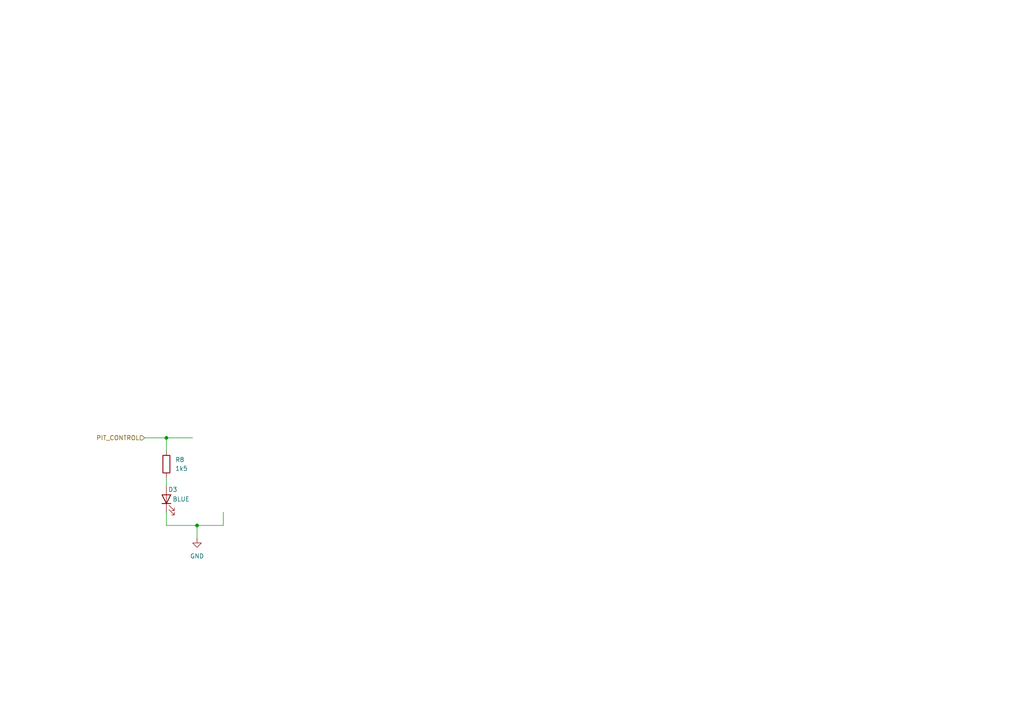
<source format=kicad_sch>
(kicad_sch (version 20231120) (generator "eeschema") (generator_version "8.0")
  (paper "A4")
  (lib_symbols
    (symbol "Device:LED" (pin_numbers hide) (pin_names (offset 1.016) hide)
      (property "Reference" "D" (at 0 2.54 0))
      (property "Value" "LED" (at 0 -2.54 0))
      (symbol "LED_0_1"
        (polyline (pts (xy -1.27 -1.27) (xy -1.27 1.27)) (stroke (width 0.254)))
        (polyline (pts (xy -1.27 0) (xy 1.27 0)))
        (polyline (pts (xy 1.27 -1.27) (xy 1.27 1.27) (xy -1.27 0) (xy 1.27 -1.27)) (stroke (width 0.254)))
        (polyline (pts (xy -3.048 -0.762) (xy -4.572 -2.286) (xy -3.81 -2.286) (xy -4.572 -2.286) (xy -4.572 -1.524)))
        (polyline (pts (xy -1.778 -0.762) (xy -3.302 -2.286) (xy -2.54 -2.286) (xy -3.302 -2.286) (xy -3.302 -1.524)))
      )
      (symbol "LED_1_1"
        (pin passive line (at -3.81 0 0) (length 2.54) (name "K") (number "1"))
        (pin passive line (at 3.81 0 180) (length 2.54) (name "A") (number "2"))
      )
    )
    (symbol "Device:R" (pin_numbers hide) (pin_names (offset 0))
      (property "Reference" "R" (at 2.032 0 90))
      (property "Value" "R" (at 0 0 90))
      (symbol "R_0_1"
        (rectangle (start -1.016 -2.54) (end 1.016 2.54) (stroke (width 0.254)))
      )
      (symbol "R_1_1"
        (pin passive line (at 0 3.81 270) (length 1.27) (name "~") (number "1"))
        (pin passive line (at 0 -3.81 90) (length 1.27) (name "~") (number "2"))
      )
    )
    (symbol "power:GND" (power) (pin_numbers hide) (pin_names (offset 0) hide)
      (property "Value" "GND" (at 0 -3.81 0))
      (symbol "GND_0_1"
        (polyline (pts (xy 0 0) (xy 0 -1.27) (xy 1.27 -1.27) (xy 0 -2.54) (xy -1.27 -1.27) (xy 0 -1.27)))
      )
      (symbol "GND_1_1"
        (pin power_in line (at 0 0 270) (length 0) (name "~") (number "1"))
      )
    )
  )
  (junction (at 48.26 127))
  (junction (at 57.15 152.4))
  (wire (pts (xy 41.91 127) (xy 48.26 127)))
  (wire (pts (xy 48.26 138.43) (xy 48.26 140.97)))
  (wire (pts (xy 48.26 148.59) (xy 48.26 152.4)))
  (wire (pts (xy 64.77 148.59) (xy 64.77 152.4)))
  (wire (pts (xy 48.26 127) (xy 55.88 127)))
  (wire (pts (xy 48.26 152.4) (xy 57.15 152.4)))
  (wire (pts (xy 57.15 152.4) (xy 64.77 152.4)))
  (wire (pts (xy 48.26 127) (xy 48.26 130.81)))
  (wire (pts (xy 57.15 152.4) (xy 57.15 156.21)))
  (hierarchical_label "PIT_CONTROL" (shape input) (at 41.91 127 180))
  (symbol (lib_id "power:GND") (at 57.15 156.21 0) (unit 1)
    (property "Reference" "#PWR012" (effects (hide yes)))
    (property "Value" "GND" (at 57.15 161.29 0))
    (property "Description" "Power symbol creates a global label with name \"GND\" , ground" (effects (hide yes)))
  )
  (symbol (lib_id "Device:R") (at 48.26 134.62 0) (unit 1)
    (property "Reference" "R8" (at 50.8 133.3499 0) (effects (justify left)))
    (property "Value" "1k5" (at 50.8 135.8899 0) (effects (justify left)))
    (property "Description" "Resistor" (effects (hide yes)))
  )
  (symbol (lib_id "Device:LED") (at 48.26 144.78 90) (unit 1)
    (property "Reference" "D3" (at 48.768 141.986 90) (effects (justify right)))
    (property "Value" "BLUE" (at 50.038 144.78 90) (effects (justify right)))
    (property "Description" "Light emitting diode" (effects (hide yes)))
  )
)
</source>
